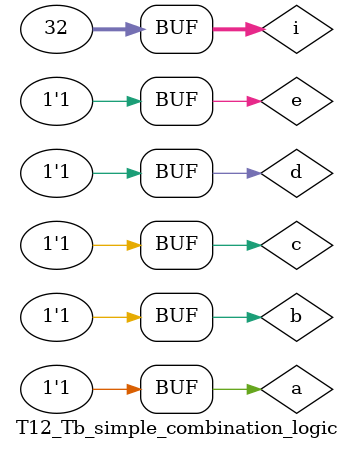
<source format=v>
module T12_simple_combination_logic_with_always (
    input a, b, c, d, e,
    output reg z);
    
    always @(a or b or c or d or e) begin
        z = ((a & b) | ((c^d) & ~e));
    end

endmodule

module T12_Tb_simple_combination_logic;

    reg a, b, c, d, e;
    wire z;

    integer i;

    T12_simple_combination_logic_with_always Tb(.a(a), .b(b), .c(c), .d(d), .e(e), .z(z));

    initial begin
        
        {a, b, c, d, e} <= 0;

        $monitor("a :%0b b :%0b c :%0b d :%0b e :%0b z :%0b", a, b, c, d, e, z);
                    
        for (i = 0; i < 32; i = i + 1) begin
            {a, b, c, d, e} = i;
            #10;
        end
    end
    
endmodule
</source>
